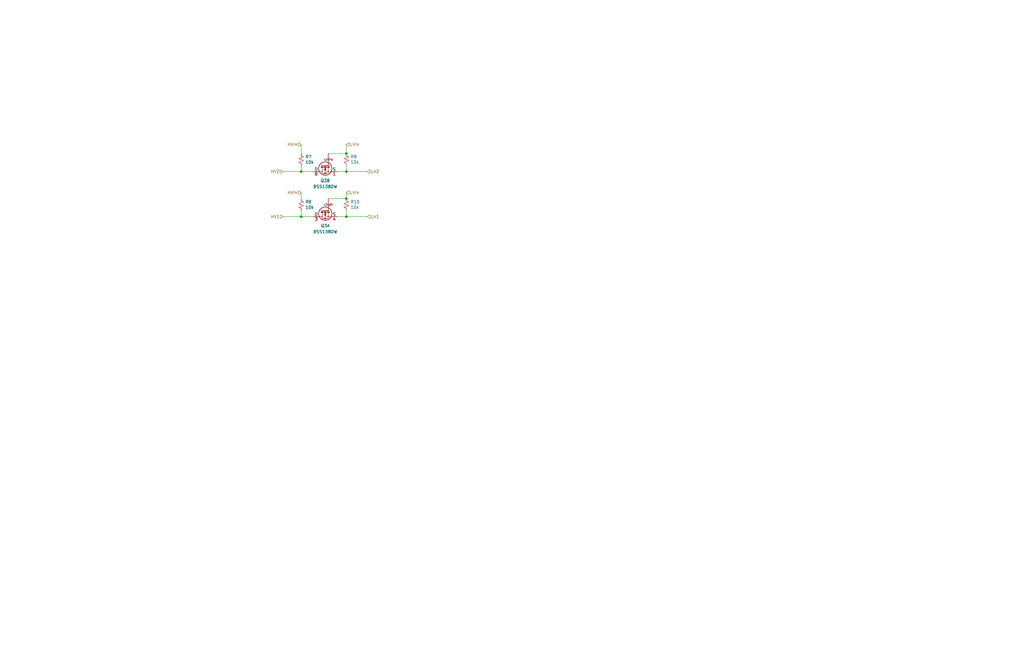
<source format=kicad_sch>
(kicad_sch (version 20211123) (generator eeschema)
  (paper "B")
  (title_block (title "BUM2 LED Controller") (date "2023-01-10") (rev "B"))
  (lib_symbols
    (symbol "Device:R_Small_US" (pin_numbers hide) (pin_names (offset 0.254) hide)
      (property "Reference" "R" (at 0.762 0.508 0))
      (property "Value" "R_Small_US" (at 0.762 -1.016 0))
      (symbol "R_Small_US_1_1"
        (polyline (pts (xy 0 0) (xy 1.016 -0.381) (xy 0 -0.762) (xy -1.016 -1.143) (xy 0 -1.524)))
        (polyline (pts (xy 0 1.524) (xy 1.016 1.143) (xy 0 0.762) (xy -1.016 0.381) (xy 0 0)))
        (pin passive line (at 0 2.54 270) (length 1.016) (name "~") (number "1"))
        (pin passive line (at 0 -2.54 90) (length 1.016) (name "~") (number "2"))
      )
    )
    (symbol "ProjectDevices:BSS138DW" (pin_names (offset 0))
      (property "Reference" "Q" (at 5.08 1.905 0))
      (property "Value" "BSS138DW" (at 5.08 0 0))
      (property "Footprint" "SOT-23" (at 5.08 -1.905 0))
      (symbol "BSS138DW_0_1"
        (polyline (pts (xy 0.635 -1.016) (xy 0.635 -1.651)) (stroke (width 0.508)))
        (polyline (pts (xy 0.635 0.381) (xy 0.635 -0.381)) (stroke (width 0.508)))
        (polyline (pts (xy 0.635 1.651) (xy 0.635 1.016)) (stroke (width 0.508)))
        (polyline (pts (xy 3.048 0.381) (xy 2.921 0.254)))
        (polyline (pts (xy 3.048 0.381) (xy 3.556 0.381)))
        (polyline (pts (xy 3.556 0.381) (xy 3.683 0.508)))
        (polyline (pts (xy 0 1.524) (xy 0 -1.524) (xy 0 -1.524)) (stroke (width 0.254)))
        (polyline (pts (xy 0.762 -1.27) (xy 2.54 -1.27) (xy 2.54 -2.54) (xy 2.54 -2.54)))
        (polyline (pts (xy 0.762 1.27) (xy 2.54 1.27) (xy 2.54 2.54) (xy 2.54 2.54)))
        (polyline (pts (xy 2.54 1.27) (xy 3.302 1.27) (xy 3.302 -1.27) (xy 2.54 -1.27)))
        (polyline (pts (xy 3.302 0.381) (xy 3.048 -0.254) (xy 3.556 -0.254) (xy 3.302 0.381)) (fill (type outline)))
        (polyline (pts (xy 0.762 0) (xy 1.27 0) (xy 2.54 0) (xy 2.54 -1.27) (xy 2.54 -1.27)))
        (polyline (pts (xy 0.889 0) (xy 1.905 0.381) (xy 1.905 -0.381) (xy 0.889 0) (xy 1.016 0) (xy 1.016 0)) (fill (type outline)))
        (circle (center 1.27 0) (radius 2.8194) (stroke (width 0.254)))
        (circle (center 2.54 -1.27) (radius 0.127))
        (circle (center 2.54 1.27) (radius 0.127))
      )
      (symbol "BSS138DW_1_1"
        (pin passive line (at 2.54 5.08 270) (length 2.54) (name "D") (number "3"))
        (pin passive line (at 2.54 -5.08 90) (length 2.54) (name "S") (number "4"))
        (pin passive line (at -5.08 -1.27 0) (length 5.08) (name "G") (number "5"))
      )
      (symbol "BSS138DW_2_1"
        (pin passive line (at 2.54 -5.08 90) (length 2.54) (name "S") (number "1"))
        (pin passive line (at -5.08 -1.27 0) (length 5.08) (name "G") (number "2"))
        (pin passive line (at 2.54 5.08 270) (length 2.54) (name "D") (number "6"))
      )
    )
  )
  (junction (at 146.05 83.82))
  (junction (at 146.05 72.39))
  (junction (at 146.05 64.77))
  (junction (at 146.05 91.44))
  (junction (at 127 72.39))
  (junction (at 127 91.44))
  (wire (pts (xy 119.38 72.39) (xy 127 72.39)))
  (wire (pts (xy 127 88.9) (xy 127 91.44)))
  (wire (pts (xy 146.05 72.39) (xy 154.94 72.39)))
  (wire (pts (xy 142.24 72.39) (xy 146.05 72.39)))
  (wire (pts (xy 127 60.96) (xy 127 64.77)))
  (wire (pts (xy 138.43 83.82) (xy 146.05 83.82)))
  (wire (pts (xy 138.43 64.77) (xy 146.05 64.77)))
  (wire (pts (xy 127 69.85) (xy 127 72.39)))
  (wire (pts (xy 127 81.28) (xy 127 83.82)))
  (wire (pts (xy 146.05 69.85) (xy 146.05 72.39)))
  (wire (pts (xy 146.05 91.44) (xy 154.94 91.44)))
  (wire (pts (xy 119.38 91.44) (xy 127 91.44)))
  (wire (pts (xy 146.05 91.44) (xy 146.05 88.9)))
  (wire (pts (xy 146.05 60.96) (xy 146.05 64.77)))
  (wire (pts (xy 146.05 81.28) (xy 146.05 83.82)))
  (wire (pts (xy 142.24 91.44) (xy 146.05 91.44)))
  (wire (pts (xy 127 72.39) (xy 132.08 72.39)))
  (wire (pts (xy 127 91.44) (xy 132.08 91.44)))
  (hierarchical_label "HVIn" (shape input) (at 127 60.96 180))
  (hierarchical_label "LVIn" (shape input) (at 146.05 81.28 0))
  (hierarchical_label "LV2" (shape input) (at 154.94 72.39 0))
  (hierarchical_label "LVIn" (shape input) (at 146.05 60.96 0))
  (hierarchical_label "HV1" (shape input) (at 119.38 91.44 180))
  (hierarchical_label "LV1" (shape input) (at 154.94 91.44 0))
  (hierarchical_label "HV2" (shape input) (at 119.38 72.39 180))
  (hierarchical_label "HVIn" (shape input) (at 127 81.28 180))
  (symbol (lib_id "Device:R_Small_US") (at 127 86.36 180) (unit 1)
    (property "Reference" "R8" (at 128.7272 85.1916 0) (effects (justify right)))
    (property "Value" "10k" (at 128.7272 87.503 0) (effects (justify right)))
    (property "Footprint" "Resistor_SMD:R_0603_1608Metric" (effects hide))
    (property "Datasheet" "https://www.te.com/commerce/DocumentDelivery/DDEController?Action=srchrtrv&DocNm=1773204&DocType=DS&DocLang=English" (effects hide))
    (property "Link" "https://www.digikey.com/en/products/detail/te-connectivity-passive-product/CRG0603F10K/2055639?s=N4IgTCBcDaIIIEYAMA2JAWAHAYQCoFoA5AERAF0BfIA" (effects hide))
    (property "Part Number" "A106048CT-ND" (effects hide))
    (property "Supplier" "Digikey" (effects hide))
  )
  (symbol (lib_id "ProjectDevices:BSS138DW") (at 137.16 88.9 90) (mirror x) (unit 1)
    (property "Reference" "Q3" (at 137.16 95.25 90))
    (property "Value" "BSS138DW" (at 137.16 97.79 90))
    (property "Footprint" "Package_TO_SOT_SMD:SOT-23-6" (effects hide))
    (property "Datasheet" "https://www.diodes.com/assets/Datasheets/ds30203.pdf" (effects hide))
    (property "Part Number" "BSS138DW-FDICT-ND " (effects hide))
    (property "Supplier" "Digikey" (effects hide))
    (property "Link" "https://www.digikey.com/en/products/detail/diodes-incorporated/BSS138DW-7-F/808527" (effects hide))
  )
  (symbol (lib_id "ProjectDevices:BSS138DW") (at 137.16 69.85 90) (mirror x) (unit 2)
    (property "Reference" "Q3" (at 137.16 76.2 90))
    (property "Value" "BSS138DW" (at 137.16 78.74 90))
    (property "Footprint" "Package_TO_SOT_SMD:SOT-23-6" (effects hide))
    (property "Datasheet" "https://www.diodes.com/assets/Datasheets/ds30203.pdf" (effects hide))
    (property "Part Number" "BSS138DW-FDICT-ND" (effects hide))
    (property "Supplier" "Digikey" (effects hide))
    (property "Link" "https://www.digikey.com/en/products/detail/diodes-incorporated/BSS138DW-7-F/808527" (effects hide))
  )
  (symbol (lib_id "Device:R_Small_US") (at 146.05 86.36 180) (unit 1)
    (property "Reference" "R10" (at 147.7772 85.1916 0) (effects (justify right)))
    (property "Value" "10k" (at 147.7772 87.503 0) (effects (justify right)))
    (property "Footprint" "Resistor_SMD:R_0603_1608Metric" (effects hide))
    (property "Datasheet" "https://www.te.com/commerce/DocumentDelivery/DDEController?Action=srchrtrv&DocNm=1773204&DocType=DS&DocLang=English" (effects hide))
    (property "Link" "https://www.digikey.com/en/products/detail/te-connectivity-passive-product/CRG0603F10K/2055639?s=N4IgTCBcDaIIIEYAMA2JAWAHAYQCoFoA5AERAF0BfIA" (effects hide))
    (property "Part Number" "A106048CT-ND" (effects hide))
    (property "Supplier" "Digikey" (effects hide))
  )
  (symbol (lib_id "Device:R_Small_US") (at 127 67.31 180) (unit 1)
    (property "Reference" "R7" (at 128.7272 66.1416 0) (effects (justify right)))
    (property "Value" "10k" (at 128.7272 68.453 0) (effects (justify right)))
    (property "Footprint" "Resistor_SMD:R_0603_1608Metric" (effects hide))
    (property "Datasheet" "https://www.te.com/commerce/DocumentDelivery/DDEController?Action=srchrtrv&DocNm=1773204&DocType=DS&DocLang=English" (effects hide))
    (property "Link" "https://www.digikey.com/en/products/detail/te-connectivity-passive-product/CRG0603F10K/2055639?s=N4IgTCBcDaIIIEYAMA2JAWAHAYQCoFoA5AERAF0BfIA" (effects hide))
    (property "Part Number" "A106048CT-ND" (effects hide))
    (property "Supplier" "Digikey" (effects hide))
  )
  (symbol (lib_id "Device:R_Small_US") (at 146.05 67.31 180) (unit 1)
    (property "Reference" "R9" (at 147.7772 66.1416 0) (effects (justify right)))
    (property "Value" "10k" (at 147.7772 68.453 0) (effects (justify right)))
    (property "Footprint" "Resistor_SMD:R_0603_1608Metric" (effects hide))
    (property "Datasheet" "https://www.te.com/commerce/DocumentDelivery/DDEController?Action=srchrtrv&DocNm=1773204&DocType=DS&DocLang=English" (effects hide))
    (property "Link" "https://www.digikey.com/en/products/detail/te-connectivity-passive-product/CRG0603F10K/2055639?s=N4IgTCBcDaIIIEYAMA2JAWAHAYQCoFoA5AERAF0BfIA" (effects hide))
    (property "Part Number" "A106048CT-ND" (effects hide))
    (property "Supplier" "Digikey" (effects hide))
  )
)
</source>
